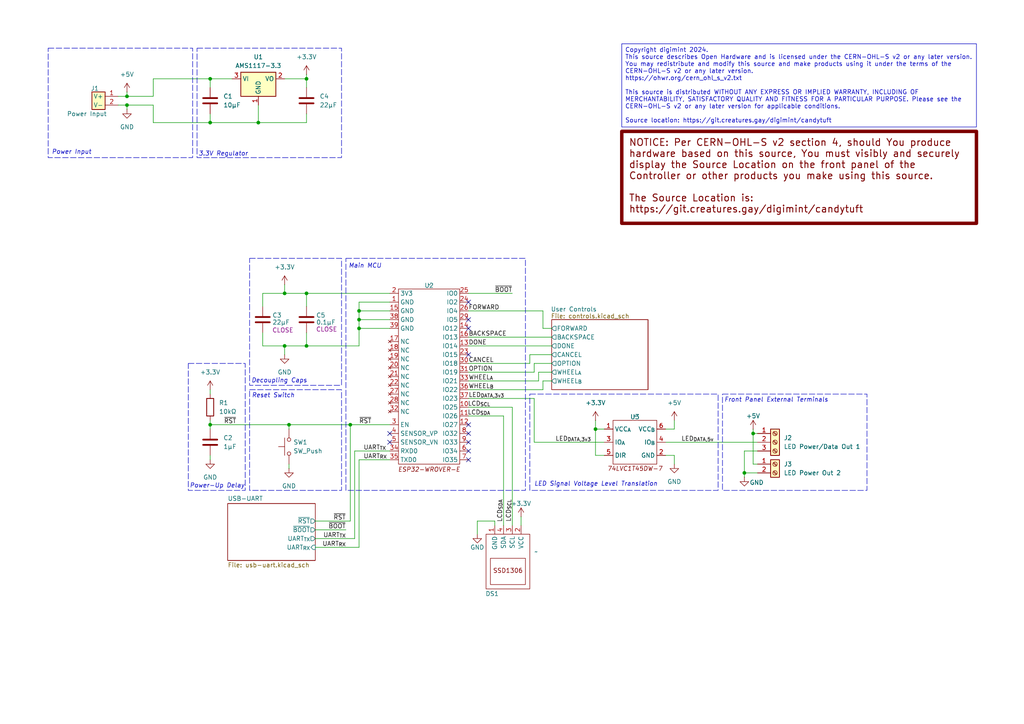
<source format=kicad_sch>
(kicad_sch (version 20231120) (generator "eeschema") (generator_version "8.0")
  (paper "A4")
  (title_block (title "Candytuft WS2811 Controller - Top Level") (date "2024-10-18") (rev "1") (company "https://git.creatures.gay/digimint/candytuft") (comment 3 "Licensed under the CERN OHL-S v2") (comment 4 "Copyright 2024 digimint"))
  (lib_symbols
    (symbol "Connector:Screw_Terminal_01x02" (pin_names (offset 1.016) hide)
      (property "Reference" "J" (at 0 2.54 0))
      (property "Value" "Screw_Terminal_01x02" (at 0 -5.08 0))
      (symbol "Screw_Terminal_01x02_1_1"
        (rectangle (start -1.27 1.27) (end 1.27 -3.81) (stroke (width 0.254)) (fill (type background)))
        (circle (center 0 -2.54) (radius 0.635) (stroke (width 0.1524)))
        (polyline (pts (xy -0.5334 -2.2098) (xy 0.3302 -3.048)) (stroke (width 0.1524)))
        (polyline (pts (xy -0.5334 0.3302) (xy 0.3302 -0.508)) (stroke (width 0.1524)))
        (polyline (pts (xy -0.3556 -2.032) (xy 0.508 -2.8702)) (stroke (width 0.1524)))
        (polyline (pts (xy -0.3556 0.508) (xy 0.508 -0.3302)) (stroke (width 0.1524)))
        (circle (center 0 0) (radius 0.635) (stroke (width 0.1524)))
        (pin passive line (at -5.08 0 0) (length 3.81) (name "Pin_1") (number "1"))
        (pin passive line (at -5.08 -2.54 0) (length 3.81) (name "Pin_2") (number "2"))
      )
    )
    (symbol "Connector:Screw_Terminal_01x03" (pin_names (offset 1.016) hide)
      (property "Reference" "J" (at 0 5.08 0))
      (property "Value" "Screw_Terminal_01x03" (at 0 -5.08 0))
      (symbol "Screw_Terminal_01x03_1_1"
        (rectangle (start -1.27 3.81) (end 1.27 -3.81) (stroke (width 0.254)) (fill (type background)))
        (circle (center 0 -2.54) (radius 0.635) (stroke (width 0.1524)))
        (polyline (pts (xy -0.5334 -2.2098) (xy 0.3302 -3.048)) (stroke (width 0.1524)))
        (polyline (pts (xy -0.5334 0.3302) (xy 0.3302 -0.508)) (stroke (width 0.1524)))
        (polyline (pts (xy -0.5334 2.8702) (xy 0.3302 2.032)) (stroke (width 0.1524)))
        (polyline (pts (xy -0.3556 -2.032) (xy 0.508 -2.8702)) (stroke (width 0.1524)))
        (polyline (pts (xy -0.3556 0.508) (xy 0.508 -0.3302)) (stroke (width 0.1524)))
        (polyline (pts (xy -0.3556 3.048) (xy 0.508 2.2098)) (stroke (width 0.1524)))
        (circle (center 0 0) (radius 0.635) (stroke (width 0.1524)))
        (circle (center 0 2.54) (radius 0.635) (stroke (width 0.1524)))
        (pin passive line (at -5.08 2.54 0) (length 3.81) (name "Pin_1") (number "1"))
        (pin passive line (at -5.08 0 0) (length 3.81) (name "Pin_2") (number "2"))
        (pin passive line (at -5.08 -2.54 0) (length 3.81) (name "Pin_3") (number "3"))
      )
    )
    (symbol "Device:C" (pin_numbers hide) (pin_names (offset 0.254))
      (property "Reference" "C" (at 0.635 2.54 0))
      (property "Value" "C" (at 0.635 -2.54 0))
      (symbol "C_0_1"
        (polyline (pts (xy -2.032 -0.762) (xy 2.032 -0.762)) (stroke (width 0.508)))
        (polyline (pts (xy -2.032 0.762) (xy 2.032 0.762)) (stroke (width 0.508)))
      )
      (symbol "C_1_1"
        (pin passive line (at 0 3.81 270) (length 2.794) (name "~") (number "1"))
        (pin passive line (at 0 -3.81 90) (length 2.794) (name "~") (number "2"))
      )
    )
    (symbol "Device:R" (pin_numbers hide) (pin_names (offset 0))
      (property "Reference" "R" (at 2.032 0 90))
      (property "Value" "R" (at 0 0 90))
      (symbol "R_0_1"
        (rectangle (start -1.016 -2.54) (end 1.016 2.54) (stroke (width 0.254)))
      )
      (symbol "R_1_1"
        (pin passive line (at 0 3.81 270) (length 1.27) (name "~") (number "1"))
        (pin passive line (at 0 -3.81 90) (length 1.27) (name "~") (number "2"))
      )
    )
    (symbol "Regulator_Linear:AMS1117-3.3"
      (property "Reference" "U" (at -3.81 3.175 0))
      (property "Value" "AMS1117-3.3" (at 0 3.175 0))
      (symbol "AMS1117-3.3_0_1"
        (rectangle (start -5.08 -5.08) (end 5.08 1.905) (stroke (width 0.254)) (fill (type background)))
      )
      (symbol "AMS1117-3.3_1_1"
        (pin power_in line (at 0 -7.62 90) (length 2.54) (name "GND") (number "1"))
        (pin power_out line (at 7.62 0 180) (length 2.54) (name "VO") (number "2"))
        (pin power_in line (at -7.62 0 0) (length 2.54) (name "VI") (number "3"))
      )
    )
    (symbol "Switch:SW_Push" (pin_numbers hide) (pin_names (offset 1.016) hide)
      (property "Reference" "SW" (at 1.27 2.54 0))
      (property "Value" "SW_Push" (at 0 -1.524 0))
      (symbol "SW_Push_0_1"
        (circle (center -2.032 0) (radius 0.508))
        (polyline (pts (xy 0 1.27) (xy 0 3.048)))
        (polyline (pts (xy 2.54 1.27) (xy -2.54 1.27)))
        (circle (center 2.032 0) (radius 0.508))
        (pin passive line (at -5.08 0 0) (length 2.54) (name "1") (number "1"))
        (pin passive line (at 5.08 0 180) (length 2.54) (name "2") (number "2"))
      )
    )
    (symbol "candytuft:74LVC1T45DW-7"
      (property "Reference" "U" (at -5.334 7.366 0))
      (symbol "74LVC1T45DW-7_0_1"
        (rectangle (start -6.35 6.35) (end 6.35 -6.35))
      )
      (symbol "74LVC1T45DW-7_1_1"
        (text "74LVC1T45DW-7" (at 0 -7.62 0) (effects (font (size 1.27 1.27) (italic yes))))
        (pin power_in line (at -8.89 3.81 0) (length 2.54) (name "VCC_{A}") (number "1"))
        (pin power_in line (at 8.89 -3.81 180) (length 2.54) (name "GND") (number "2"))
        (pin bidirectional line (at -8.89 0 0) (length 2.54) (name "IO_{A}") (number "3"))
        (pin bidirectional line (at 8.89 0 180) (length 2.54) (name "IO_{B}") (number "4"))
        (pin input line (at -8.89 -3.81 0) (length 2.54) (name "DIR") (number "5"))
        (pin power_in line (at 8.89 3.81 180) (length 2.54) (name "VCC_{B}") (number "6"))
      )
    )
    (symbol "candytuft:ESP32-WROVER-E"
      (property "Reference" "U" (at -8.128 26.416 0))
      (symbol "ESP32-WROVER-E_0_1"
        (rectangle (start -8.89 25.4) (end 8.89 -25.4))
      )
      (symbol "ESP32-WROVER-E_1_1"
        (text "ESP32-WROVER-E" (at 0 -26.924 0) (effects (font (size 1.27 1.27) (italic yes))))
        (pin power_in line (at -11.43 21.59 0) (length 2.54) (name "GND") (number "1"))
        (pin bidirectional line (at 11.43 -8.89 180) (length 2.54) (name "IO25") (number "10"))
        (pin bidirectional line (at 11.43 -11.43 180) (length 2.54) (name "IO26") (number "11"))
        (pin bidirectional line (at 11.43 -13.97 180) (length 2.54) (name "IO27") (number "12"))
        (pin bidirectional line (at 11.43 8.89 180) (length 2.54) (name "IO14") (number "13"))
        (pin bidirectional line (at 11.43 13.97 180) (length 2.54) (name "IO12") (number "14"))
        (pin power_in line (at -11.43 19.05 0) (length 2.54) (name "GND") (number "15"))
        (pin bidirectional line (at 11.43 11.43 180) (length 2.54) (name "IO13") (number "16"))
        (pin no_connect line (at -11.43 10.16 0) (length 2.54) (name "NC") (number "17"))
        (pin no_connect line (at -11.43 7.62 0) (length 2.54) (name "NC") (number "18"))
        (pin no_connect line (at -11.43 5.08 0) (length 2.54) (name "NC") (number "19"))
        (pin power_in line (at -11.43 24.13 0) (length 2.54) (name "3V3") (number "2"))
        (pin no_connect line (at -11.43 2.54 0) (length 2.54) (name "NC") (number "20"))
        (pin no_connect line (at -11.43 0 0) (length 2.54) (name "NC") (number "21"))
        (pin no_connect line (at -11.43 -2.54 0) (length 2.54) (name "NC") (number "22"))
        (pin bidirectional line (at 11.43 6.35 180) (length 2.54) (name "IO15") (number "23"))
        (pin bidirectional line (at 11.43 21.59 180) (length 2.54) (name "IO2") (number "24"))
        (pin bidirectional line (at 11.43 24.13 180) (length 2.54) (name "IO0") (number "25"))
        (pin bidirectional line (at 11.43 19.05 180) (length 2.54) (name "IO4") (number "26"))
        (pin no_connect line (at -11.43 -5.08 0) (length 2.54) (name "NC") (number "27"))
        (pin no_connect line (at -11.43 -7.62 0) (length 2.54) (name "NC") (number "28"))
        (pin bidirectional line (at 11.43 16.51 180) (length 2.54) (name "IO5") (number "29"))
        (pin input line (at -11.43 -13.97 0) (length 2.54) (name "EN") (number "3"))
        (pin bidirectional line (at 11.43 3.81 180) (length 2.54) (name "IO18") (number "30"))
        (pin bidirectional line (at 11.43 1.27 180) (length 2.54) (name "IO19") (number "31"))
        (pin no_connect line (at -11.43 -10.16 0) (length 2.54) (name "NC") (number "32"))
        (pin bidirectional line (at 11.43 -1.27 180) (length 2.54) (name "IO21") (number "33"))
        (pin bidirectional line (at -11.43 -21.59 0) (length 2.54) (name "RXD0") (number "34"))
        (pin bidirectional line (at -11.43 -24.13 0) (length 2.54) (name "TXD0") (number "35"))
        (pin bidirectional line (at 11.43 -3.81 180) (length 2.54) (name "IO22") (number "36"))
        (pin bidirectional line (at 11.43 -6.35 180) (length 2.54) (name "IO23") (number "37"))
        (pin power_in line (at -11.43 16.51 0) (length 2.54) (name "GND") (number "38"))
        (pin power_in line (at -11.43 13.97 0) (length 2.54) (name "GND") (number "39"))
        (pin input line (at -11.43 -16.51 0) (length 2.54) (name "SENSOR_VP") (number "4"))
        (pin input line (at -11.43 -19.05 0) (length 2.54) (name "SENSOR_VN") (number "5"))
        (pin input line (at 11.43 -21.59 180) (length 2.54) (name "IO34") (number "6"))
        (pin input line (at 11.43 -24.13 180) (length 2.54) (name "IO35") (number "7"))
        (pin bidirectional line (at 11.43 -16.51 180) (length 2.54) (name "IO32") (number "8"))
        (pin bidirectional line (at 11.43 -19.05 180) (length 2.54) (name "IO33") (number "9"))
      )
    )
    (symbol "candytuft:Power_Input"
      (property "Reference" "J" (at 1.778 3.556 0))
      (symbol "Power_Input_1_1"
        (rectangle (start 1.27 2.54) (end 5.08 -2.54) (stroke (width 0.254)) (fill (type background)))
        (pin power_out line (at -2.54 1.27 0) (length 3.81) (name "V+") (number "1"))
        (pin power_out line (at -2.54 -1.27 0) (length 3.81) (name "V-") (number "2"))
      )
    )
    (symbol "candytuft:SSD1306_IIC_Connector"
      (property "Reference" "DS" (at 8.509 -7.366 0))
      (symbol "SSD1306_IIC_Connector_0_1"
        (rectangle (start -6.35 6.35) (end 9.525 -6.35))
        (rectangle (start 8.255 -5.08) (end 0.635 5.08))
      )
      (symbol "SSD1306_IIC_Connector_1_1"
        (text "SSD1306" (at 4.191 0 900) (effects (font (size 1.27 1.27))))
        (pin power_in line (at -8.89 -3.81 0) (length 2.54) (name "GND") (number "1"))
        (pin power_in line (at -8.89 3.81 0) (length 2.54) (name "VCC") (number "2"))
        (pin bidirectional line (at -8.89 1.27 0) (length 2.54) (name "SCL") (number "3"))
        (pin bidirectional line (at -8.89 -1.27 0) (length 2.54) (name "SDA") (number "4"))
      )
    )
    (symbol "power:+3.3V" (power) (pin_numbers hide) (pin_names (offset 0) hide)
      (property "Value" "+3.3V" (at 0 3.556 0))
      (symbol "+3.3V_0_1"
        (polyline (pts (xy -0.762 1.27) (xy 0 2.54)))
        (polyline (pts (xy 0 0) (xy 0 2.54)))
        (polyline (pts (xy 0 2.54) (xy 0.762 1.27)))
      )
      (symbol "+3.3V_1_1"
        (pin power_in line (at 0 0 90) (length 0) (name "~") (number "1"))
      )
    )
    (symbol "power:+5V" (power) (pin_numbers hide) (pin_names (offset 0) hide)
      (property "Value" "+5V" (at 0 3.556 0))
      (symbol "+5V_0_1"
        (polyline (pts (xy -0.762 1.27) (xy 0 2.54)))
        (polyline (pts (xy 0 0) (xy 0 2.54)))
        (polyline (pts (xy 0 2.54) (xy 0.762 1.27)))
      )
      (symbol "+5V_1_1"
        (pin power_in line (at 0 0 90) (length 0) (name "~") (number "1"))
      )
    )
    (symbol "power:GND" (power) (pin_numbers hide) (pin_names (offset 0) hide)
      (property "Value" "GND" (at 0 -3.81 0))
      (symbol "GND_0_1"
        (polyline (pts (xy 0 0) (xy 0 -1.27) (xy 1.27 -1.27) (xy 0 -2.54) (xy -1.27 -1.27) (xy 0 -1.27)))
      )
      (symbol "GND_1_1"
        (pin power_in line (at 0 0 270) (length 0) (name "~") (number "1"))
      )
    )
  )
  (junction (at 172.72 124.46))
  (junction (at 60.96 35.56))
  (junction (at 104.14 95.25))
  (junction (at 82.55 85.09))
  (junction (at 88.9 22.86))
  (junction (at 82.55 100.33))
  (junction (at 88.9 100.33))
  (junction (at 88.9 85.09))
  (junction (at 104.14 92.71))
  (junction (at 60.96 22.86))
  (junction (at 104.14 90.17))
  (junction (at 101.6 123.19))
  (junction (at 74.93 35.56))
  (junction (at 83.82 123.19))
  (junction (at 60.96 123.19))
  (junction (at 218.44 125.73))
  (junction (at 36.83 27.94))
  (junction (at 36.83 30.48))
  (junction (at 215.9 137.16))
  (no_connect (at 113.03 128.27))
  (no_connect (at 135.89 125.73))
  (no_connect (at 113.03 125.73))
  (no_connect (at 135.89 95.25))
  (no_connect (at 135.89 92.71))
  (no_connect (at 135.89 128.27))
  (no_connect (at 135.89 87.63))
  (no_connect (at 135.89 123.19))
  (no_connect (at 135.89 130.81))
  (no_connect (at 135.89 133.35))
  (no_connect (at 135.89 102.87))
  (wire (pts (xy 101.6 123.19) (xy 101.6 151.13)))
  (wire (pts (xy 104.14 87.63) (xy 104.14 90.17)))
  (wire (pts (xy 104.14 90.17) (xy 113.03 90.17)))
  (wire (pts (xy 36.83 30.48) (xy 36.83 31.75)))
  (wire (pts (xy 154.94 107.95) (xy 154.94 105.41)))
  (wire (pts (xy 44.45 35.56) (xy 60.96 35.56)))
  (wire (pts (xy 82.55 100.33) (xy 82.55 102.87)))
  (wire (pts (xy 218.44 125.73) (xy 218.44 134.62)))
  (wire (pts (xy 91.44 151.13) (xy 101.6 151.13)))
  (wire (pts (xy 153.67 102.87) (xy 153.67 105.41)))
  (wire (pts (xy 135.89 118.11) (xy 148.59 118.11)))
  (wire (pts (xy 76.2 100.33) (xy 82.55 100.33)))
  (wire (pts (xy 101.6 123.19) (xy 113.03 123.19)))
  (wire (pts (xy 215.9 138.43) (xy 215.9 137.16)))
  (wire (pts (xy 102.87 130.81) (xy 113.03 130.81)))
  (wire (pts (xy 82.55 22.86) (xy 88.9 22.86)))
  (wire (pts (xy 34.29 27.94) (xy 36.83 27.94)))
  (wire (pts (xy 76.2 96.52) (xy 76.2 100.33)))
  (wire (pts (xy 88.9 85.09) (xy 88.9 88.9)))
  (wire (pts (xy 104.14 90.17) (xy 104.14 92.71)))
  (wire (pts (xy 172.72 124.46) (xy 175.26 124.46)))
  (wire (pts (xy 135.89 85.09) (xy 148.59 85.09)))
  (wire (pts (xy 88.9 22.86) (xy 88.9 25.4)))
  (wire (pts (xy 160.02 107.95) (xy 156.21 107.95)))
  (wire (pts (xy 195.58 124.46) (xy 193.04 124.46)))
  (wire (pts (xy 44.45 27.94) (xy 44.45 22.86)))
  (wire (pts (xy 74.93 35.56) (xy 88.9 35.56)))
  (wire (pts (xy 160.02 102.87) (xy 153.67 102.87)))
  (wire (pts (xy 102.87 130.81) (xy 102.87 156.21)))
  (wire (pts (xy 151.13 152.4) (xy 151.13 149.86)))
  (wire (pts (xy 153.67 105.41) (xy 135.89 105.41)))
  (wire (pts (xy 76.2 85.09) (xy 82.55 85.09)))
  (wire (pts (xy 135.89 100.33) (xy 160.02 100.33)))
  (wire (pts (xy 146.05 120.65) (xy 146.05 152.4)))
  (wire (pts (xy 154.94 128.27) (xy 175.26 128.27)))
  (wire (pts (xy 104.14 133.35) (xy 113.03 133.35)))
  (wire (pts (xy 88.9 100.33) (xy 88.9 96.52)))
  (wire (pts (xy 218.44 125.73) (xy 219.71 125.73)))
  (wire (pts (xy 172.72 121.92) (xy 172.72 124.46)))
  (wire (pts (xy 218.44 134.62) (xy 219.71 134.62)))
  (wire (pts (xy 104.14 92.71) (xy 104.14 95.25)))
  (wire (pts (xy 44.45 22.86) (xy 60.96 22.86)))
  (wire (pts (xy 154.94 105.41) (xy 160.02 105.41)))
  (wire (pts (xy 91.44 158.75) (xy 104.14 158.75)))
  (wire (pts (xy 60.96 123.19) (xy 83.82 123.19)))
  (wire (pts (xy 44.45 30.48) (xy 44.45 35.56)))
  (wire (pts (xy 218.44 124.46) (xy 218.44 125.73)))
  (wire (pts (xy 143.51 151.13) (xy 138.43 151.13)))
  (wire (pts (xy 104.14 95.25) (xy 104.14 100.33)))
  (wire (pts (xy 60.96 113.03) (xy 60.96 114.3)))
  (wire (pts (xy 60.96 33.02) (xy 60.96 35.56)))
  (wire (pts (xy 88.9 85.09) (xy 113.03 85.09)))
  (wire (pts (xy 36.83 27.94) (xy 44.45 27.94)))
  (wire (pts (xy 36.83 26.67) (xy 36.83 27.94)))
  (wire (pts (xy 135.89 115.57) (xy 154.94 115.57)))
  (wire (pts (xy 88.9 100.33) (xy 104.14 100.33)))
  (wire (pts (xy 34.29 30.48) (xy 36.83 30.48)))
  (wire (pts (xy 113.03 87.63) (xy 104.14 87.63)))
  (wire (pts (xy 156.21 107.95) (xy 156.21 110.49)))
  (wire (pts (xy 91.44 156.21) (xy 102.87 156.21)))
  (wire (pts (xy 82.55 85.09) (xy 88.9 85.09)))
  (wire (pts (xy 60.96 25.4) (xy 60.96 22.86)))
  (wire (pts (xy 100.33 153.67) (xy 91.44 153.67)))
  (wire (pts (xy 157.48 90.17) (xy 135.89 90.17)))
  (wire (pts (xy 215.9 130.81) (xy 219.71 130.81)))
  (wire (pts (xy 82.55 100.33) (xy 88.9 100.33)))
  (wire (pts (xy 88.9 35.56) (xy 88.9 33.02)))
  (wire (pts (xy 104.14 92.71) (xy 113.03 92.71)))
  (wire (pts (xy 104.14 95.25) (xy 113.03 95.25)))
  (wire (pts (xy 88.9 21.59) (xy 88.9 22.86)))
  (wire (pts (xy 160.02 95.25) (xy 157.48 95.25)))
  (wire (pts (xy 60.96 133.35) (xy 60.96 132.08)))
  (wire (pts (xy 135.89 120.65) (xy 146.05 120.65)))
  (wire (pts (xy 83.82 135.89) (xy 83.82 134.62)))
  (wire (pts (xy 82.55 82.55) (xy 82.55 85.09)))
  (wire (pts (xy 148.59 118.11) (xy 148.59 152.4)))
  (wire (pts (xy 157.48 113.03) (xy 157.48 110.49)))
  (wire (pts (xy 172.72 124.46) (xy 172.72 132.08)))
  (wire (pts (xy 83.82 124.46) (xy 83.82 123.19)))
  (wire (pts (xy 104.14 133.35) (xy 104.14 158.75)))
  (wire (pts (xy 60.96 22.86) (xy 67.31 22.86)))
  (wire (pts (xy 143.51 151.13) (xy 143.51 152.4)))
  (wire (pts (xy 215.9 137.16) (xy 219.71 137.16)))
  (wire (pts (xy 195.58 132.08) (xy 195.58 134.62)))
  (wire (pts (xy 76.2 85.09) (xy 76.2 88.9)))
  (wire (pts (xy 193.04 132.08) (xy 195.58 132.08)))
  (wire (pts (xy 175.26 132.08) (xy 172.72 132.08)))
  (wire (pts (xy 195.58 121.92) (xy 195.58 124.46)))
  (wire (pts (xy 154.94 115.57) (xy 154.94 128.27)))
  (wire (pts (xy 135.89 110.49) (xy 156.21 110.49)))
  (wire (pts (xy 215.9 130.81) (xy 215.9 137.16)))
  (wire (pts (xy 60.96 35.56) (xy 74.93 35.56)))
  (wire (pts (xy 60.96 121.92) (xy 60.96 123.19)))
  (wire (pts (xy 157.48 110.49) (xy 160.02 110.49)))
  (wire (pts (xy 157.48 95.25) (xy 157.48 90.17)))
  (wire (pts (xy 138.43 151.13) (xy 138.43 154.94)))
  (wire (pts (xy 135.89 97.79) (xy 160.02 97.79)))
  (wire (pts (xy 135.89 107.95) (xy 154.94 107.95)))
  (wire (pts (xy 36.83 30.48) (xy 44.45 30.48)))
  (wire (pts (xy 193.04 128.27) (xy 219.71 128.27)))
  (wire (pts (xy 135.89 113.03) (xy 157.48 113.03)))
  (wire (pts (xy 60.96 123.19) (xy 60.96 124.46)))
  (wire (pts (xy 74.93 30.48) (xy 74.93 35.56)))
  (wire (pts (xy 83.82 123.19) (xy 101.6 123.19)))
  (rectangle (start 54.61 105.41) (end 71.12 142.24) (stroke (width 0) (type dash)))
  (rectangle (start 100.33 74.93) (end 152.4 142.24) (stroke (width 0) (type dash)))
  (rectangle (start 72.39 74.93) (end 99.06 111.76) (stroke (width 0) (type dash)))
  (rectangle (start 209.55 114.3) (end 251.46 142.24) (stroke (width 0) (type dash)))
  (rectangle (start 13.97 13.97) (end 55.88 45.72) (stroke (width 0) (type dash)))
  (rectangle (start 153.67 114.3) (end 208.28 142.24) (stroke (width 0) (type dash)))
  (rectangle (start 57.15 13.97) (end 99.06 45.72) (stroke (width 0) (type dash)))
  (rectangle (start 72.39 113.03) (end 99.06 142.24) (stroke (width 0) (type dash)))
  (text_box "Copyright digimint 2024.\nThis source describes Open Hardware and is licensed under the CERN-OHL-S v2 or any later version.\nYou may redistribute and modify this source and make products using it under the terms of the CERN-OHL-S v2 or any later version.\nhttps://ohwr.org/cern_ohl_s_v2.txt\n\nThis source is distributed WITHOUT ANY EXPRESS OR IMPLIED WARRANTY, INCLUDING OF MERCHANTABILITY, SATISFACTORY QUALITY AND FITNESS FOR A PARTICULAR PURPOSE. Please see the CERN-OHL-S v2 or any later version for applicable conditions.\n\nSource location: https://git.creatures.gay/digimint/candytuft" (at 180.34 12.7 0) (size 102.87 24.13) (effects (font (size 1.27 1.27)) (justify left top)))
  (text_box "NOTICE: Per CERN-OHL-S v2 section 4, should You produce hardware based on this source, You must visibly and securely display the Source Location on the front panel of the Controller or other products you make using this source.\n\nThe Source Location is:\nhttps://git.creatures.gay/digimint/candytuft" (at 180.34 38.1 0) (size 102.87 26.67) (stroke (width 1) (color 122 0 0 1)) (effects (font (size 2 2) (thickness 0.254) (bold yes)) (justify left top)))
  (text "Reset Switch" (at 79.248 114.808 0) (effects (font (size 1.27 1.27) (italic yes))))
  (text "Power-Up Delay" (at 62.992 140.97 0) (effects (font (size 1.27 1.27) (italic yes))))
  (text "Main MCU" (at 101.092 77.216 0) (effects (font (size 1.27 1.27) (italic yes)) (justify left)))
  (text "Front Panel External Terminals" (at 210.058 116.078 0) (effects (font (size 1.27 1.27) (italic yes)) (justify left)))
  (text "Power Input" (at 14.986 44.196 0) (effects (font (size 1.27 1.27) (italic yes)) (justify left)))
  (text "LED Signal Voltage Level Translation" (at 154.94 140.462 0) (effects (font (size 1.27 1.27) (italic yes)) (justify left)))
  (text "3.3V Regulator" (at 64.77 44.704 0) (effects (font (size 1.27 1.27) (italic yes))))
  (text "Decoupling Caps" (at 72.898 110.49 0) (effects (font (size 1.27 1.27) (italic yes)) (justify left)))
  (label "DONE" (at 135.89 100.33 0))
  (label "BACKSPACE" (at 135.89 97.79 0))
  (label "~{BOOT}" (at 148.59 85.09 180))
  (label "~{BOOT}" (at 100.33 153.67 180))
  (label "~{RST}" (at 100.33 151.13 180))
  (label "UART_{TX}" (at 105.41 130.81 0))
  (label "LCD_{SCL}" (at 148.59 144.78 270))
  (label "CANCEL" (at 135.89 105.41 0))
  (label "WHEEL_{B}" (at 135.89 113.03 0))
  (label "LED_{DATA,3v3}" (at 135.89 115.57 0))
  (label "UART_{RX}" (at 100.33 158.75 180))
  (label "UART_{RX}" (at 105.41 133.35 0))
  (label "LED_{DATA,5v}" (at 207.01 128.27 180))
  (label "WHEEL_{A}" (at 135.89 110.49 0))
  (label "~{RST}" (at 104.14 123.19 0))
  (label "OPTION" (at 135.89 107.95 0))
  (label "~{RST}" (at 68.58 123.19 180))
  (label "LED_{DATA,3v3}" (at 171.45 128.27 180))
  (label "FORWARD" (at 135.89 90.17 0))
  (label "LCD_{SDA}" (at 142.24 120.65 180))
  (label "LCD_{SCL}" (at 142.24 118.11 180))
  (label "UART_{TX}" (at 100.33 156.21 180))
  (label "LCD_{SDA}" (at 146.05 144.78 270))
  (symbol (lib_id "candytuft:ESP32-WROVER-E") (at 124.46 109.22 0) (unit 1)
    (property "Reference" "U2" (at 124.46 82.804 0))
    (property "Value" "~" (at 124.5394 82.55 0))
    (property "Description" "Espressif ESP32 microcontroller with additional SPI PSRAM" (effects (hide yes)))
  )
  (symbol (lib_id "power:+3.3V") (at 82.55 82.55 0) (unit 1)
    (property "Reference" "#PWR06" (effects (hide yes)))
    (property "Value" "+3.3V" (at 82.55 77.47 0))
    (property "Description" "Power symbol creates a global label with name \"+3.3V\"" (effects (hide yes)))
  )
  (symbol (lib_id "Connector:Screw_Terminal_01x03") (at 224.79 128.27 0) (unit 1)
    (property "Reference" "J2" (at 227.33 126.9999 0) (effects (justify left)))
    (property "Value" "LED Power/Data Out 1" (at 227.33 129.5399 0) (effects (justify left)))
    (property "Description" "Generic screw terminal, single row, 01x03, script generated (kicad-library-utils/schlib/autogen/connector/)" (effects (hide yes)))
  )
  (symbol (lib_id "power:+5V") (at 195.58 121.92 0) (unit 1)
    (property "Reference" "#PWR010" (effects (hide yes)))
    (property "Value" "+5V" (at 195.58 116.84 0))
    (property "Description" "Power symbol creates a global label with name \"+5V\"" (effects (hide yes)))
  )
  (symbol (lib_id "power:GND") (at 138.43 154.94 0) (unit 1)
    (property "Reference" "#PWR028" (effects (hide yes)))
    (property "Value" "GND" (at 138.43 158.75 0))
    (property "Description" "Power symbol creates a global label with name \"GND\" , ground" (effects (hide yes)))
  )
  (symbol (lib_id "Device:C") (at 76.2 92.71 0) (unit 1)
    (property "Reference" "C3" (at 78.994 91.44 0) (effects (justify left)))
    (property "Value" "22μF" (at 78.994 93.472 0) (effects (justify left)))
    (property "Description" "Unpolarized capacitor" (effects (hide yes)))
    (property "Note" "CLOSE" (at 82.042 95.758 0))
  )
  (symbol (lib_id "power:+3.3V") (at 172.72 121.92 0) (unit 1)
    (property "Reference" "#PWR09" (effects (hide yes)))
    (property "Value" "+3.3V" (at 172.72 116.84 0))
    (property "Description" "Power symbol creates a global label with name \"+3.3V\"" (effects (hide yes)))
  )
  (symbol (lib_id "power:+5V") (at 36.83 26.67 0) (unit 1)
    (property "Reference" "#PWR01" (effects (hide yes)))
    (property "Value" "+5V" (at 36.83 21.59 0))
    (property "Description" "Power symbol creates a global label with name \"+5V\"" (effects (hide yes)))
  )
  (symbol (lib_id "power:GND") (at 36.83 31.75 0) (unit 1)
    (property "Reference" "#PWR02" (effects (hide yes)))
    (property "Value" "GND" (at 36.83 36.83 0))
    (property "Description" "Power symbol creates a global label with name \"GND\" , ground" (effects (hide yes)))
  )
  (symbol (lib_id "Device:R") (at 60.96 118.11 0) (unit 1)
    (property "Reference" "R1" (at 63.5 116.8399 0) (effects (justify left)))
    (property "Value" "10kΩ" (at 63.5 119.3799 0) (effects (justify left)))
    (property "Description" "Resistor" (effects (hide yes)))
  )
  (symbol (lib_id "power:GND") (at 195.58 134.62 0) (unit 1)
    (property "Reference" "#PWR011" (effects (hide yes)))
    (property "Value" "GND" (at 195.58 139.7 0))
    (property "Description" "Power symbol creates a global label with name \"GND\" , ground" (effects (hide yes)))
  )
  (symbol (lib_id "Device:C") (at 88.9 29.21 0) (unit 1)
    (property "Reference" "C4" (at 92.71 27.9399 0) (effects (justify left)))
    (property "Value" "22μF" (at 92.71 30.4799 0) (effects (justify left)))
    (property "Description" "Unpolarized capacitor" (effects (hide yes)))
  )
  (symbol (lib_id "power:GND") (at 82.55 102.87 0) (unit 1)
    (property "Reference" "#PWR07" (effects (hide yes)))
    (property "Value" "GND" (at 82.55 107.95 0))
    (property "Description" "Power symbol creates a global label with name \"GND\" , ground" (effects (hide yes)))
  )
  (symbol (lib_id "candytuft:SSD1306_IIC_Connector") (at 147.32 161.29 270) (unit 1)
    (property "Reference" "DS1" (at 142.748 172.212 90))
    (property "Value" "~" (at 154.94 160.02 90) (effects (justify left)))
  )
  (symbol (lib_id "power:+3.3V") (at 88.9 21.59 0) (unit 1)
    (property "Reference" "#PWR05" (effects (hide yes)))
    (property "Value" "+3.3V" (at 88.9 16.51 0))
    (property "Description" "Power symbol creates a global label with name \"+3.3V\"" (effects (hide yes)))
  )
  (symbol (lib_id "power:+5V") (at 218.44 124.46 0) (unit 1)
    (property "Reference" "#PWR013" (effects (hide yes)))
    (property "Value" "+5V" (at 218.44 120.65 0))
    (property "Description" "Power symbol creates a global label with name \"+5V\"" (effects (hide yes)))
  )
  (symbol (lib_id "candytuft:74LVC1T45DW-7") (at 184.15 128.27 0) (unit 1)
    (property "Reference" "U3" (at 184.15 120.904 0))
    (property "Value" "~" (at 184.2294 120.65 0))
    (property "Description" "Bidirectional voltage translator" (effects (hide yes)))
  )
  (symbol (lib_id "power:GND") (at 60.96 133.35 0) (unit 1)
    (property "Reference" "#PWR04" (effects (hide yes)))
    (property "Value" "GND" (at 60.96 138.43 0))
    (property "Description" "Power symbol creates a global label with name \"GND\" , ground" (effects (hide yes)))
  )
  (symbol (lib_id "Device:C") (at 88.9 92.71 0) (unit 1)
    (property "Reference" "C5" (at 91.694 91.44 0) (effects (justify left)))
    (property "Value" "0.1μF" (at 91.694 93.472 0) (effects (justify left)))
    (property "Description" "Unpolarized capacitor" (effects (hide yes)))
    (property "Note" "CLOSE" (at 94.742 95.504 0))
  )
  (symbol (lib_id "Regulator_Linear:AMS1117-3.3") (at 74.93 22.86 0) (unit 1)
    (property "Reference" "U1" (at 74.93 16.51 0))
    (property "Value" "AMS1117-3.3" (at 74.93 19.05 0))
    (property "Footprint" "Package_TO_SOT_SMD:SOT-223-3_TabPin2" (effects (hide yes)))
    (property "Datasheet" "http://www.advanced-monolithic.com/pdf/ds1117.pdf" (effects (hide yes)))
    (property "Description" "1A Low Dropout regulator, positive, 3.3V fixed output, SOT-223" (effects (hide yes)))
  )
  (symbol (lib_id "Connector:Screw_Terminal_01x02") (at 224.79 134.62 0) (unit 1)
    (property "Reference" "J3" (at 227.33 134.6199 0) (effects (justify left)))
    (property "Value" "LED Power Out 2" (at 227.33 137.1599 0) (effects (justify left)))
    (property "Description" "Generic screw terminal, single row, 01x02, script generated (kicad-library-utils/schlib/autogen/connector/)" (effects (hide yes)))
  )
  (symbol (lib_id "Device:C") (at 60.96 29.21 180) (unit 1)
    (property "Reference" "C1" (at 64.77 27.9399 0) (effects (justify right)))
    (property "Value" "10μF" (at 64.77 30.4799 0) (effects (justify right)))
    (property "Description" "Unpolarized capacitor" (effects (hide yes)))
  )
  (symbol (lib_id "Device:C") (at 60.96 128.27 0) (unit 1)
    (property "Reference" "C2" (at 64.77 126.9999 0) (effects (justify left)))
    (property "Value" "1μF" (at 64.77 129.5399 0) (effects (justify left)))
    (property "Description" "Unpolarized capacitor" (effects (hide yes)))
  )
  (symbol (lib_id "power:+3.3V") (at 60.96 113.03 0) (unit 1)
    (property "Reference" "#PWR03" (effects (hide yes)))
    (property "Value" "+3.3V" (at 60.96 107.95 0))
    (property "Description" "Power symbol creates a global label with name \"+3.3V\"" (effects (hide yes)))
  )
  (symbol (lib_id "power:GND") (at 83.82 135.89 0) (unit 1)
    (property "Reference" "#PWR08" (effects (hide yes)))
    (property "Value" "GND" (at 83.82 140.97 0))
    (property "Description" "Power symbol creates a global label with name \"GND\" , ground" (effects (hide yes)))
  )
  (symbol (lib_id "Switch:SW_Push") (at 83.82 129.54 90) (unit 1)
    (property "Reference" "SW1" (at 85.09 128.2699 90) (effects (justify right)))
    (property "Value" "SW_Push" (at 85.09 130.8099 90) (effects (justify right)))
    (property "Description" "Push button switch, generic, two pins" (effects (hide yes)))
  )
  (symbol (lib_id "candytuft:Power_Input") (at 31.75 29.21 0) (mirror y) (unit 1)
    (property "Reference" "J1" (at 28.702 25.654 0) (effects (justify left)))
    (property "Value" "Power Input" (at 30.988 33.02 0) (effects (justify left)))
    (property "Description" "Generic screw terminal, single row, 01x02, script generated (kicad-library-utils/schlib/autogen/connector/)" (effects (hide yes)))
  )
  (symbol (lib_id "power:GND") (at 215.9 138.43 0) (unit 1)
    (property "Reference" "#PWR012" (effects (hide yes)))
    (property "Value" "GND" (at 219.456 139.954 0))
    (property "Description" "Power symbol creates a global label with name \"GND\" , ground" (effects (hide yes)))
  )
  (symbol (lib_id "power:+3.3V") (at 151.13 149.86 0) (unit 1)
    (property "Reference" "#PWR029" (effects (hide yes)))
    (property "Value" "+3.3V" (at 151.13 146.05 0))
    (property "Description" "Power symbol creates a global label with name \"+3.3V\"" (effects (hide yes)))
  )
  (sheet (at 66.04 146.05) (size 25.4 16.51) (stroke (width 0.1524))
    (property "Sheetname" "USB-UART" (at 66.04 145.3384 0) (effects (justify left bottom)))
    (property "Sheetfile" "usb-uart.kicad_sch" (at 66.04 163.1446 0) (effects (justify left top)))
    (pin "~{RST}" output (at 91.44 151.13 0))
    (pin "UART_{RX}" input (at 91.44 158.75 0))
    (pin "~{BOOT}" output (at 91.44 153.67 0))
    (pin "UART_{TX}" output (at 91.44 156.21 0))
  )
  (sheet (at 160.02 92.71) (size 27.94 20.32) (stroke (width 0.1524))
    (property "Sheetname" "User Controls" (at 159.766 90.424 0) (effects (justify left bottom)))
    (property "Sheetfile" "controls.kicad_sch" (at 159.766 90.932 0) (effects (justify left top)))
    (pin "OPTION" output (at 160.02 105.41 180))
    (pin "FORWARD" output (at 160.02 95.25 180))
    (pin "DONE" output (at 160.02 100.33 180))
    (pin "CANCEL" output (at 160.02 102.87 180))
    (pin "BACKSPACE" output (at 160.02 97.79 180))
    (pin "WHEEL_{A}" output (at 160.02 107.95 180))
    (pin "WHEEL_{B}" output (at 160.02 110.49 180))
  )
)
</source>
